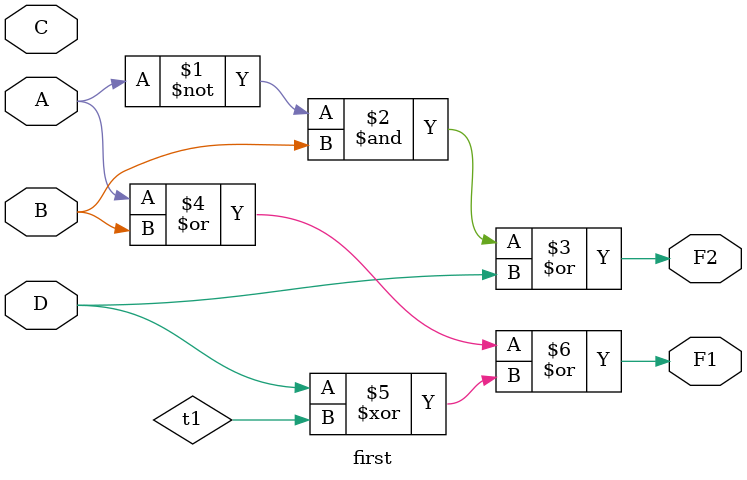
<source format=v>
`timescale 1ns / 1ps
module first(
    input A,
    input B,
    input C,
    input D,
    output F1,
    output F2
    );
	 wire t1,t2,t3,t4;
	 //t3 assign = a | b ;
	 //t1 assign = ~b * c;
	 //t2 assign = ~a * b;
	 //t4 assign = d xor t1;
	 assign F2  = (~A & B) | D ;
	 assign F1  = (A | B) | (D ^ t1);
endmodule

</source>
